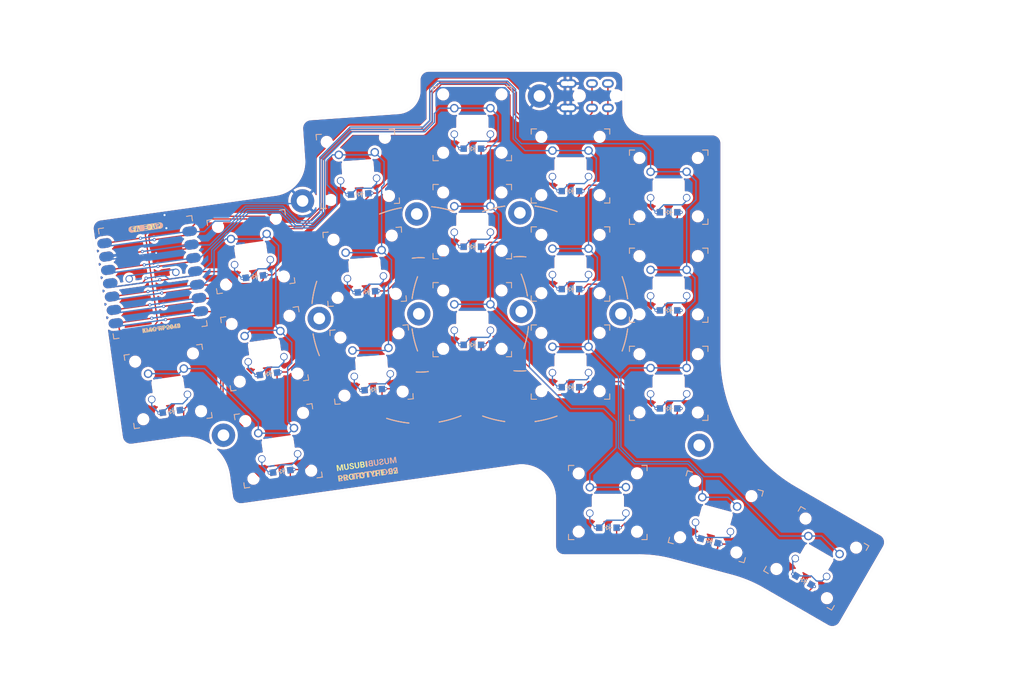
<source format=kicad_pcb>
(kicad_pcb (version 20211014) (generator pcbnew)
  (title_block (title "MUSUBI"))
  (layers (0 "F.Cu" signal) (31 "B.Cu" signal) (34 "B.Paste" user) (35 "F.Paste" user) (36 "B.SilkS" user "B.Silkscreen") (37 "F.SilkS" user "F.Silkscreen") (38 "B.Mask" user) (39 "F.Mask" user) (44 "Edge.Cuts" user))
  (net 0 "")
  (net 1 "ROW0")
  (net 2 "Net-(D1-Pad2)")
  (net 3 "Net-(D2-Pad2)")
  (net 4 "Net-(D3-Pad2)")
  (net 5 "Net-(D4-Pad2)")
  (net 6 "Net-(D5-Pad2)")
  (net 7 "ROW1")
  (net 8 "Net-(D6-Pad2)")
  (net 9 "Net-(D7-Pad2)")
  (net 10 "Net-(D8-Pad2)")
  (net 11 "Net-(D9-Pad2)")
  (net 12 "Net-(D10-Pad2)")
  (net 13 "ROW2")
  (net 14 "Net-(D11-Pad2)")
  (net 15 "Net-(D12-Pad2)")
  (net 16 "Net-(D13-Pad2)")
  (net 17 "Net-(D14-Pad2)")
  (net 18 "Net-(D15-Pad2)")
  (net 19 "ROW3")
  (net 20 "Net-(D17-Pad2)")
  (net 21 "Net-(D18-Pad2)")
  (net 22 "Net-(D19-Pad2)")
  (net 23 "Net-(D20-Pad2)")
  (net 24 "COL0")
  (net 25 "COL1")
  (net 26 "COL2")
  (net 27 "COL3")
  (net 28 "COL4")
  (net 30 "TX")
  (net 32 "GND")
  (net 33 "VCC")
  (footprint "DEF01:diode-reversible" (layer "F.Cu") (at 153.266364 98.450848 180)
    (fp_text reference "D14" hide)
    (fp_text value "D_Small" hide)
  )
  (footprint "DEF01:Kailh-PG1425-X-Switch-revers" (layer "F.Cu") (at 153.266363 56.70091)
    (fp_text reference "SW4" hide)
    (fp_text value "SW_Push_45deg" hide)
  )
  (footprint "DEF01:diode-reversible" (layer "F.Cu") (at 116.092674 98.904558 -176)
    (fp_text reference "D12" hide)
    (fp_text value "D_Small" hide)
  )
  (footprint "DEF01:diode-reversible" (layer "F.Cu") (at 134.766439 53.45091 180)
    (fp_text reference "D3" hide)
    (fp_text value "D_Small" hide)
  )
  (footprint "DEF01:TRRS-PJ-320A-dual" (layer "F.Cu") (at 157.961384 43.578942 -90)
    (fp_text reference "J1" hide)
    (fp_text value "AudioJack4" hide)
  )
  (footprint "DEF01:diode-reversible" (layer "F.Cu") (at 171.766327 65.450912 180)
    (fp_text reference "D5" hide)
    (fp_text value "D_Small" hide)
  )
  (footprint "DEF01:Kailh-PG1425-X-Switch-revers" (layer "F.Cu") (at 160.311604 120.200783)
    (fp_text reference "SW18" hide)
    (fp_text value "SW_Push_45deg" hide)
  )
  (footprint "DEF01:Kailh-PG1425-X-Switch-revers" (layer "F.Cu") (at 98.175953 109.506662 8)
    (fp_text reference "SW11" hide)
    (fp_text value "SW_Push_45deg" hide)
  )
  (footprint "DEF01:diode-reversible" (layer "F.Cu") (at 98.821384 114.308942 -172)
    (fp_text reference "D11" hide)
    (fp_text value "D_Small" hide)
  )
  (footprint "DEF01:diode-reversible" (layer "F.Cu") (at 171.766324 83.950865 180)
    (fp_text reference "D10" hide)
    (fp_text value "D_Small" hide)
  )
  (footprint "kibuzzard-63ADF2C0" (layer "F.Cu") (at 76.121387 87.308942 8)
    (fp_text reference "kibuzzard-63ADF2C0" hide)
    (fp_text value "G***" hide)
  )
  (footprint "MountingHole:MountingHole_2.2mm_M2_Pad_TopBottom" (layer "F.Cu") (at 87.847591 107.505962)
    (fp_text reference "REF**" hide)
    (fp_text value "MountingHole_2.2mm_M2_Pad_TopBottom" hide)
  )
  (footprint "DEF01:Kailh-PG1425-X-Switch-revers" (layer "F.Cu") (at 115.761338 94.166114 4)
    (fp_text reference "SW12" hide)
    (fp_text value "SW_Push_45deg" hide)
  )
  (footprint "DEF01:Kailh-PG1425-X-Switch-revers" (layer "F.Cu") (at 199.599687 130.727893 -30)
    (fp_text reference "SW20" hide)
    (fp_text value "SW_Push_45deg" hide)
  )
  (footprint "DEF01:Kailh-PG1425-X-Switch-revers" (layer "F.Cu") (at 77.41245 98.287162 8)
    (fp_text reference "SW17" hide)
    (fp_text value "SW_Push_45deg" hide)
  )
  (footprint "MountingHole:MountingHole_2.2mm_M2_Pad_TopBottom" (layer "F.Cu") (at 147.421386 43.508943 8)
    (fp_text reference "REF**" hide)
    (fp_text value "MountingHole_2.2mm_M2_Pad_TopBottom" hide)
  )
  (footprint "MountingHole:MountingHole_2.2mm_M2_Pad_TopBottom" (layer "F.Cu") (at 102.747592 63.305961)
    (fp_text reference "REF**" hide)
    (fp_text value "MountingHole_2.2mm_M2_Pad_TopBottom" hide)
  )
  (footprint "DEF01:Tenting_Puck2_reduced" (layer "F.Cu") (at 143.723799 84.602981)
    (fp_text reference "REF**")
    (fp_text value "Tenting Puck")
  )
  (footprint "DEF01:Kailh-PG1425-X-Switch-revers" (layer "F.Cu") (at 171.766325 97.700828)
    (fp_text reference "SW15" hide)
    (fp_text value "SW_Push_45deg" hide)
  )
  (footprint "DEF01:diode-reversible" (layer "F.Cu") (at 134.771404 90.45092 180)
    (fp_text reference "D13" hide)
    (fp_text value "D_Small" hide)
  )
  (footprint "DEF01:diode-reversible" (layer "F.Cu") (at 113.511654 61.994738 -176)
    (fp_text reference "D2" hide)
    (fp_text value "D_Small" hide)
  )
  (footprint "DEF01:Kailh-PG1425-X-Switch-revers" (layer "F.Cu") (at 134.76644 48.700925)
    (fp_text reference "SW3" hide)
    (fp_text value "SW_Push_45deg" hide)
  )
  (footprint "DEF01:Kailh-PG1425-X-Switch-revers" (layer "F.Cu") (at 95.601252 91.186738 8)
    (fp_text reference "SW6" hide)
    (fp_text value "SW_Push_45deg" hide)
  )
  (footprint "DEF01:Kailh-PG1425-X-Switch-revers" (layer "F.Cu") (at 134.766414 67.200911)
    (fp_text reference "SW8" hide)
    (fp_text value "SW_Push_45deg" hide)
  )
  (footprint "DEF01:xiao-rev-reversible" (layer "F.Cu") (at 74.521384 77.708943 8)
    (fp_text reference "U1" hide)
    (fp_text value "xiao-ble" hide)
  )
  (footprint "DEF01:diode-reversible" (layer "F.Cu") (at 171.766321 102.463166 180)
    (fp_text reference "D15" hide)
    (fp_text value "D_Small" hide)
  )
  (footprint "DEF01:diode-reversible" (layer "F.Cu") (at 153.266363 79.950864 180)
    (fp_text reference "D9" hide)
    (fp_text value "D_Small" hide)
  )
  (footprint "DEF01:diode-reversible" (layer "F.Cu") (at 179.437141 127.436961 165)
    (fp_text reference "D19" hide)
    (fp_text value "D_Small" hide)
  )
  (footprint "kibuzzard-63C260F0" (layer "F.Cu") (at 114.947221 113.918488 8)
    (fp_text reference "kibuzzard-63C260F0" hide)
    (fp_text value "G***" hide)
  )
  (footprint "DEF01:Kailh-PG1425-X-Switch-revers" (layer "F.Cu") (at 171.766325 79.200865)
    (fp_text reference "SW10" hide)
    (fp_text value "SW_Push_45deg" hide)
  )
  (footprint "DEF01:diode-reversible" (layer "F.Cu") (at 93.68938 77.582801 -172)
    (fp_text reference "D1" hide)
    (fp_text value "D_Small" hide)
  )
  (footprint "DEF01:Kailh-PG1425-X-Switch-revers" (layer "F.Cu") (at 171.766325 60.700903)
    (fp_text reference "SW5" hide)
    (fp_text value "SW_Push_45deg" hide)
  )
  (footprint "DEF01:Kailh-PG1425-X-Switch-revers" (layer "F.Cu") (at 93.026602 72.866809 8)
    (fp_text reference "SW1" hide)
    (fp_text value "SW_Push_45deg" hide)
  )
  (footprint "DEF01:diode-reversible" (layer "F.Cu") (at 114.802163 80.449646 -176)
    (fp_text reference "D7" hide)
    (fp_text value "D_Small" hide)
  )
  (footprint "DEF01:Kailh-PG1425-X-Switch-revers" (layer "F.Cu") (at 153.266362 75.200874)
    (fp_text reference "SW9" hide)
    (fp_text value "SW_Push_45deg" hide)
  )
  (footprint "DEF01:diode-reversible" (layer "F.Cu") (at 160.311606 124.950782 180)
    (fp_text reference "D18" hide)
    (fp_text value "D_Small" hide)
  )
  (footprint "DEF01:diode-reversible" (layer "F.Cu") (at 197.210464 134.875633 150)
    (fp_text reference "D20" hide)
    (fp_text value "D_Small" hide)
  )
  (footprint "DEF01:diode-reversible" (layer "F.Cu") (at 153.26636 61.450901 180)
    (fp_text reference "D4" hide)
    (fp_text value "D_Small" hide)
  )
  (footprint "DEF01:Kailh-PG1425-X-Switch-revers" (layer "F.Cu") (at 153.266361 93.700836)
    (fp_text reference "SW14" hide)
    (fp_text value "SW_Push_45deg" hide)
  )
  (footprint "DEF01:diode-reversible" (layer "F.Cu") (at 96.321385 95.908942 -172)
    (fp_text reference "D6" hide)
    (fp_text value "D_Small" hide)
  )
  (footprint "DEF01:Kailh-PG1425-X-Switch-revers" (layer "F.Cu") (at 134.766405 85.700916)
    (fp_text reference "SW13" hide)
    (fp_text value "SW_Push_45deg" hide)
  )
  (footprint "DEF01:Kailh-PG1425-X-Switch-revers" (layer "F.Cu") (at 114.470822 75.711216 4)
    (fp_text reference "SW7" hide)
    (fp_text value "SW_Push_45deg" hide)
  )
  (footprint "DEF01:diode-reversible" (layer "F.Cu") (at 134.766417 71.950924 180)
    (fp_text reference "D8" hide)
    (fp_text value "D_Small" hide)
  )
  (footprint "DEF01:Tenting_Puck2_reduced" (layer "F.Cu") (at 124.947592 84.805961 2)
    (fp_text reference "REF**")
    (fp_text value "Tenting Puck")
  )
  (footprint "DEF01:Kailh-PG1425-X-Switch-revers" (layer "F.Cu") (at 180.648498 122.878177 -15)
    (fp_text reference "SW19" hide)
    (fp_text value "SW_Push_45deg" hide)
  )
  (footprint "MountingHole:MountingHole_2.2mm_M2_Pad_TopBottom" (layer "F.Cu") (at 177.547591 109.405962)
    (fp_text reference "REF**" hide)
    (fp_text value "MountingHole_2.2mm_M2_Pad_TopBottom" hide)
  )
  (footprint "DEF01:diode-reversible" (layer "F.Cu") (at 78.021384 103.008943 -172)
    (fp_text reference "D17" hide)
    (fp_text value "D_Small" hide)
  )
  (footprint "DEF01:Kailh-PG1425-X-Switch-revers" (layer "F.Cu") (at 113.180309 57.25632 4)
    (fp_text reference "SW2" hide)
    (fp_text value "SW_Push_45deg" hide)
  )
  (footprint "kibuzzard-63ADF2C0" (layer "B.Cu") (at 76.121387 87.308942 -172)
    (fp_text reference "kibuzzard-63ADF2C0" hide)
    (fp_text value "G***" hide)
  )
  (footprint "kibuzzard-63C260F0" (layer "B.Cu") (at 114.971207 113.905855 -172)
    (fp_text reference "kibuzzard-63C260F0" hide)
    (fp_text value "G***" hide)
  )
  (gr_line locked (start 102.379791 49.741421) (end 102.78308 55.508634) (layer "Edge.Cuts") (width 0.007874))
  (gr_arc locked (start 70.669122 109.585271) (mid 69.187172 109.201993) (end 68.410287 107.883073) (layer "Edge.Cuts") (width 0.007874))
  (gr_arc locked (start 62.913126 68.767838) (mid 63.296368 67.285847) (end 64.615318 66.508966) (layer "Edge.Cuts") (width 0.007874))
  (gr_arc locked (start 180.016293 50.450906) (mid 181.4305 51.036691) (end 182.016287 52.450903) (layer "Edge.Cuts") (width 0.007874))
  (gr_arc locked (start 143.2266 113.525) (mid 147.997951 114.938366) (end 150.06161 119.466599) (layer "Edge.Cuts") (width 0.007874))
  (gr_line locked (start 163.516325 46.450914) (end 163.516326 40.450926) (layer "Edge.Cuts") (width 0.007874))
  (gr_arc locked (start 196.016247 116.823314) (mid 185.767527 106.574639) (end 182.016289 92.574659) (layer "Edge.Cuts") (width 0.007874))
  (gr_line locked (start 70.669122 109.585271) (end 79.581784 108.33287) (layer "Edge.Cuts") (width 0.007874))
  (gr_arc locked (start 124.516403 40.450927) (mid 125.102201 39.036716) (end 126.516399 38.45093) (layer "Edge.Cuts") (width 0.007874))
  (gr_line locked (start 152.061604 130.450747) (end 166.147295 130.450746) (layer "Edge.Cuts") (width 0.007874))
  (gr_arc locked (start 102.379791 49.741421) (mid 102.865523 48.289815) (end 104.235401 47.606783) (layer "Edge.Cuts") (width 0.007874))
  (gr_arc locked (start 183.632474 134.289187) (mid 186.605283 135.298327) (end 189.420954 136.686836) (layer "Edge.Cuts") (width 0.007874))
  (gr_arc locked (start 166.147295 130.450746) (mid 169.279847 130.656055) (end 172.358801 131.268488) (layer "Edge.Cuts") (width 0.007874))
  (gr_arc locked (start 91.432554 120.80401) (mid 89.950573 120.420749) (end 89.173683 119.101818) (layer "Edge.Cuts") (width 0.007874))
  (gr_arc locked (start 204.351417 142.997559) (mid 203.136989 143.929372) (end 201.619372 143.729606) (layer "Edge.Cuts") (width 0.007874))
  (gr_line locked (start 211.869364 125.976128) (end 196.016247 116.823314) (layer "Edge.Cuts") (width 0.007874))
  (gr_arc locked (start 152.061604 130.450747) (mid 150.647429 129.864932) (end 150.061609 128.45075) (layer "Edge.Cuts") (width 0.007874))
  (gr_arc locked (start 211.869364 125.976128) (mid 212.801186 127.190543) (end 212.601409 128.708173) (layer "Edge.Cuts") (width 0.007874))
  (gr_line locked (start 124.516403 40.450927) (end 124.516403 42.458524) (layer "Edge.Cuts") (width 0.007874))
  (gr_line locked (start 62.913126 68.767838) (end 68.410287 107.883073) (layer "Edge.Cuts") (width 0.007874))
  (gr_line locked (start 204.351417 142.997559) (end 212.601409 128.708173) (layer "Edge.Cuts") (width 0.007874))
  (gr_line locked (start 97.632726 61.868779) (end 64.615318 66.508966) (layer "Edge.Cuts") (width 0.007874))
  (gr_line locked (start 161.516329 38.45093) (end 126.516399 38.45093) (layer "Edge.Cuts") (width 0.007874))
  (gr_line locked (start 150.06161 119.466599) (end 150.061609 128.45075) (layer "Edge.Cuts") (width 0.007874))
  (gr_arc locked (start 102.78308 55.508634) (mid 101.460607 59.703136) (end 97.632726 61.868779) (layer "Edge.Cuts") (width 0.007874))
  (gr_line locked (start 120.79544 46.448773) (end 104.235401 47.606783) (layer "Edge.Cuts") (width 0.007874))
  (gr_arc locked (start 124.516403 42.458524) (mid 123.441823 45.186513) (end 120.79544 46.448773) (layer "Edge.Cuts") (width 0.007874))
  (gr_line locked (start 182.016289 92.574659) (end 182.016287 52.450903) (layer "Edge.Cuts") (width 0.007874))
  (gr_line locked (start 180.016293 50.450906) (end 167.516319 50.450906) (layer "Edge.Cuts") (width 0.007874))
  (gr_line locked (start 91.432554 120.80401) (end 143.2266 113.525) (layer "Edge.Cuts") (width 0.007874))
  (gr_arc locked (start 167.516319 50.450906) (mid 164.687902 49.279315) (end 163.516325 46.450914) (layer "Edge.Cuts") (width 0.007874))
  (gr_line locked (start 88.617131 115.141666) (end 89.173683 119.101818) (layer "Edge.Cuts") (width 0.007874))
  (gr_line locked (start 189.420954 136.686836) (end 201.619372 143.729606) (layer "Edge.Cuts") (width 0.007874))
  (gr_arc locked (start 79.581784 108.33287) (mid 85.509577 109.866012) (end 88.617131 115.141666) (layer "Edge.Cuts") (width 0.007874))
  (gr_arc locked (start 161.516329 38.45093) (mid 162.930539 39.036723) (end 163.516326 40.450926) (layer "Edge.Cuts") (width 0.007874))
  (gr_line locked (start 172.358801 131.268488) (end 183.632474 134.289187) (layer "Edge.Cuts") (width 0.007874))
  (segment (start 173.416326 66.414001) (end 173.416326 65.450912) (width 0.25) (layer "F.Cu") (net 1))
  (segment (start 111.021384 63.408942) (end 114.277799 63.408942) (width 0.25) (layer "F.Cu") (net 1))
  (segment (start 94.623975 78.906351) (end 89.718793 78.906352) (width 0.25) (layer "F.Cu") (net 1))
  (segment (start 135.221385 55.708942) (end 123.099591 55.708942) (width 0.25) (layer "F.Cu") (net 1))
  (segment (start 136.416441 53.450909) (end 136.41644 54.513887) (width 0.25) (layer "F.Cu") (net 1))
  (segment (start 162.851549 60.339108) (end 169.321384 66.808943) (width 0.25) (layer "F.Cu") (net 1))
  (segment (start 97.174583 77.255744) (end 111.021384 63.408942) (width 0.25) (layer "F.Cu") (net 1))
  (segment (start 116.977723 61.830812) (end 115.85593 61.830811) (width 0.25) (layer "F.Cu") (net 1))
  (segment (start 89.718793 78.906352) (end 87.460885 76.648443) (width 0.25) (layer "F.Cu") (net 1))
  (segment (start 150.921384 62.808942) (end 154.421385 62.808942) (width 0.25) (layer "F.Cu") (net 1))
  (segment (start 95.323324 78.207004) (end 94.623975 78.906351) (width 0.25) (layer "F.Cu") (net 1))
  (segment (start 87.460885 76.648443) (end 82.067228 76.648444) (width 0.25) (layer "F.Cu") (net 1))
  (segment (start 156.728156 60.339108) (end 162.851549 60.339108) (width 0.25) (layer "F.Cu") (net 1))
  (segment (start 137.116439 53.450911) (end 137.658407 52.908943) (width 0.25) (layer "F.Cu") (net 1))
  (segment (start 114.277799 63.408942) (end 115.157635 62.529106) (width 0.25) (layer "F.Cu") (net 1))
  (segment (start 169.321384 66.808943) (end 173.021384 66.808943) (width 0.25) (layer "F.Cu") (net 1))
  (segment (start 173.021384 66.808943) (end 173.416326 66.414001) (width 0.25) (layer "F.Cu") (net 1))
  (segment (start 123.099591 55.708942) (end 116.977723 61.830812) (width 0.25) (layer "F.Cu") (net 1))
  (segment (start 136.41644 54.513887) (end 135.221385 55.708942) (width 0.25) (layer "F.Cu") (net 1))
  (segment (start 154.421385 62.808942) (end 154.91636 62.313967) (width 0.25) (layer "F.Cu") (net 1))
  (segment (start 115.157635 62.529106) (end 115.157635 61.879641) (width 0.25) (layer "F.Cu") (net 1))
  (segment (start 95.323322 77.353164) (end 95.323324 78.207004) (width 0.25) (layer "F.Cu") (net 1))
  (segment (start 155.61636 61.450901) (end 156.728156 60.339108) (width 0.25) (layer "F.Cu") (net 1))
  (segment (start 137.658407 52.908943) (end 141.021385 52.908943) (width 0.25) (layer "F.Cu") (net 1))
  (segment (start 141.021385 52.908943) (end 150.921384 62.808942) (width 0.25) (layer "F.Cu") (net 1))
  (segment (start 96.016511 77.255743) (end 97.174583 77.255744) (width 0.25) (layer "F.Cu") (net 1))
  (segment (start 154.91636 62.313967) (end 154.916359 61.450902) (width 0.25) (layer "F.Cu") (net 1))
  (segment (start 89.939744 75.332751) (end 89.939744 76.48735) (width 0.25) (layer "B.Cu") (net 2))
  (segment (start 92.055441 77.812436) (end 92.661335 77.812437) (width 0.25) (layer "B.Cu") (net 2))
  (segment (start 96.671866 75.364105) (end 96.671865 74.374156) (width 0.25) (layer "B.Cu") (net 2))
  (segment (start 92.661335 77.812437) (end 94.36483 76.108942) (width 0.25) (layer "B.Cu") (net 2))
  (segment (start 95.927027 76.108942) (end 96.671866 75.364105) (width 0.25) (layer "B.Cu") (net 2))
  (segment (start 94.36483 76.108942) (end 95.927027 76.108942) (width 0.25) (layer "B.Cu") (net 2))
  (segment (start 89.939744 76.48735) (end 91.362251 77.909857) (width 0.25) (layer "B.Cu") (net 2))
  (segment (start 109.928957 60.920247) (end 111.167378 62.158667) (width 0.25) (layer "B.Cu") (net 3))
  (segment (start 111.865673 62.109838) (end 113.061263 60.91425) (width 0.25) (layer "B.Cu") (net 3))
  (segment (start 113.061263 60.91425) (end 115.801524 60.914249) (width 0.25) (layer "B.Cu") (net 3))
  (segment (start 116.711548 60.004225) (end 116.711548 59.014276) (width 0.25) (layer "B.Cu") (net 3))
  (segment (start 109.928958 59.500926) (end 109.928957 60.920247) (width 0.25) (layer "B.Cu") (net 3))
  (segment (start 115.801524 60.914249) (end 116.711548 60.004225) (width 0.25) (layer "B.Cu") (net 3))
  (segment (start 137.818895 52.038424) (end 138.166447 51.690873) (width 0.25) (layer "B.Cu") (net 4))
  (segment (start 133.11644 53.450911) (end 134.528926 52.038424) (width 0.25) (layer "B.Cu") (net 4))
  (segment (start 131.36643 50.713261) (end 131.366431 52.400901) (width 0.25) (layer "B.Cu") (net 4))
  (segment (start 131.366431 52.400901) (end 132.416439 53.45091) (width 0.25) (layer "B.Cu") (net 4))
  (segment (start 134.528926 52.038424) (end 137.818895 52.038424) (width 0.25) (layer "B.Cu") (net 4))
  (segment (start 138.166447 51.690873) (end 138.166447 50.700924) (width 0.25) (layer "B.Cu") (net 4))
  (segment (start 149.866353 60.400895) (end 150.91636 61.450901) (width 0.25) (layer "B.Cu") (net 5))
  (segment (start 153.028851 60.03841) (end 155.883825 60.038409) (width 0.25) (layer "B.Cu") (net 5))
  (segment (start 149.866353 58.713246) (end 149.866353 60.400895) (width 0.25) (layer "B.Cu") (net 5))
  (segment (start 155.883825 60.038409) (end 156.666369 59.255865) (width 0.25) (layer "B.Cu") (net 5))
  (segment (start 156.666369 59.255865) (end 156.66637 58.70091) (width 0.25) (layer "B.Cu") (net 5))
  (segment (start 151.61636 61.450901) (end 153.028851 60.03841) (width 0.25) (layer "B.Cu") (net 5))
  (segment (start 170.828836 64.038402) (end 174.383787 64.038402) (width 0.25) (layer "B.Cu") (net 6))
  (segment (start 169.416326 65.450912) (end 170.828836 64.038402) (width 0.25) (layer "B.Cu") (net 6))
  (segment (start 174.383787 64.038402) (end 175.166334 63.255857) (width 0.25) (layer "B.Cu") (net 6))
  (segment (start 168.366316 64.400904) (end 169.416326 65.450912) (width 0.25) (layer "B.Cu") (net 6))
  (segment (start 175.166334 63.255857) (end 175.166332 62.700902) (width 0.25) (layer "B.Cu") (net 6))
  (segment (start 168.366319 62.713238) (end 168.366316 64.400904) (width 0.25) (layer "B.Cu") (net 6))
  (segment (start 136.41642 73.31391) (end 136.416419 71.950924) (width 0.25) (layer "F.Cu") (net 7))
  (segment (start 115.921386 81.908942) (end 116.448143 81.382184) (width 0.25) (layer "F.Cu") (net 7))
  (segment (start 125.021386 73.908943) (end 135.821385 73.908942) (width 0.25) (layer "F.Cu") (net 7))
  (segment (start 88.221387 92.008943) (end 93.921385 97.708942) (width 0.25) (layer "F.Cu") (net 7))
  (segment (start 97.955328 97.074999) (end 97.955328 95.679307) (width 0.25) (layer "F.Cu") (net 7))
  (segment (start 172.521384 85.808942) (end 173.416322 84.914005) (width 0.25) (layer "F.Cu") (net 7))
  (segment (start 135.821385 73.908942) (end 136.41642 73.31391) (width 0.25) (layer "F.Cu") (net 7))
  (segment (start 150.722912 81.308943) (end 154.521385 81.308942) (width 0.25) (layer "F.Cu") (net 7))
  (segment (start 169.521385 85.808943) (end 172.521384 85.808942) (width 0.25) (layer "F.Cu") (net 7))
  (segment (start 88.221385 81.008943) (end 88.221387 92.008943) (width 0.25) (layer "F.Cu") (net 7))
  (segment (start 82.420726 79.163725) (end 86.376167 79.163725) (width 0.25) (layer "F.Cu") (net 7))
  (segment (start 162.721384 79.008943) (end 169.521385 85.808943) (width 0.25) (layer "F.Cu") (net 7))
  (segment (start 156.558284 79.008942) (end 162.721384 79.008943) (width 0.25) (layer "F.Cu") (net 7))
  (segment (start 140.522915 71.108943) (end 150.722912 81.308943) (width 0.25) (layer "F.Cu") (net 7))
  (segment (start 97.321384 97.708943) (end 97.955328 97.074999) (width 0.25) (layer "F.Cu") (net 7))
  (segment (start 154.521385 81.308942) (end 154.916363 80.913963) (width 0.25) (layer "F.Cu") (net 7))
  (segment (start 154.916363 80.913963) (end 154.916363 79.950864) (width 0.25) (layer "F.Cu") (net 7))
  (segment (start 86.376167 79.163725) (end 88.221385 81.008943) (width 0.25) (layer "F.Cu") (net 7))
  (segment (start 155.616364 79.950863) (end 156.558284 79.008942) (width 0.25) (layer "F.Cu") (net 7))
  (segment (start 173.416322 84.914005) (end 173.416322 83.950866) (width 0.25) (layer "F.Cu") (net 7))
  (segment (start 99.748444 95.581885) (end 113.421384 81.908943) (width 0.25) (layer "F.Cu") (net 7))
  (segment (start 116.448143 81.382184) (end 116.448143 80.334548) (width 0.25) (layer "F.Cu") (net 7))
  (segment (start 113.421384 81.908943) (end 115.921386 81.908942) (width 0.25) (layer "F.Cu") (net 7))
  (segment (start 118.644609 80.285718) (end 125.021386 73.908943) (width 0.25) (layer "F.Cu") (net 7))
  (segment (start 117.146438 80.285718) (end 118.644609 80.285718) (width 0.25) (layer "F.Cu") (net 7))
  (segment (start 98.648514 95.581885) (end 99.748444 95.581885) (width 0.25) (layer "F.Cu") (net 7))
  (segment (start 137.116417 71.950925) (end 137.958399 71.108942) (width 0.25) (layer "F.Cu") (net 7))
  (segment (start 93.921385 97.708942) (end 97.321384 97.708943) (width 0.25) (layer "F.Cu") (net 7))
  (segment (start 137.958399 71.108942) (end 140.522915 71.108943) (width 0.25) (layer "F.Cu") (net 7))
  (segment (start 99.246517 93.68381) (end 99.246518 92.694085) (width 0.25) (layer "B.Cu") (net 8))
  (segment (start 98.253685 94.676642) (end 99.246517 93.68381) (width 0.25) (layer "B.Cu") (net 8))
  (segment (start 94.687442 96.138578) (end 96.149379 94.676641) (width 0.25) (layer "B.Cu") (net 8))
  (segment (start 92.514395 93.65268) (end 92.514395 94.756141) (width 0.25) (layer "B.Cu") (net 8))
  (segment (start 92.514395 94.756141) (end 93.994255 96.235999) (width 0.25) (layer "B.Cu") (net 8))
  (segment (start 96.149379 94.676641) (end 98.253685 94.676642) (width 0.25) (layer "B.Cu") (net 8))
  (segment (start 113.156181 80.564744) (end 113.757645 80.564744) (width 0.25) (layer "B.Cu") (net 9))
  (segment (start 115.313448 79.008942) (end 117.421387 79.008942) (width 0.25) (layer "B.Cu") (net 9))
  (segment (start 111.21947 77.955823) (end 111.219473 79.37516) (width 0.25) (layer "B.Cu") (net 9))
  (segment (start 118.023259 77.974228) (end 117.954204 76.986694) (width 0.25) (layer "B.Cu") (net 9))
  (segment (start 111.219473 79.37516) (end 112.457886 80.613574) (width 0.25) (layer "B.Cu") (net 9))
  (segment (start 113.757645 80.564744) (end 115.313448 79.008942) (width 0.25) (layer "B.Cu") (net 9))
  (segment (start 117.421387 79.008942) (end 118.002061 78.428265) (width 0.25) (layer "B.Cu") (net 9))
  (segment (start 118.002061 78.428265) (end 118.002062 77.469173) (width 0.25) (layer "B.Cu") (net 9))
  (segment (start 133.116418 71.950925) (end 134.528931 70.538411) (width 0.25) (layer "B.Cu") (net 10))
  (segment (start 134.528931 70.538411) (end 137.818872 70.53841) (width 0.25) (layer "B.Cu") (net 10))
  (segment (start 131.366407 69.213246) (end 131.366406 70.900913) (width 0.25) (layer "B.Cu") (net 10))
  (segment (start 131.366406 70.900913) (end 132.416417 71.950924) (width 0.25) (layer "B.Cu") (net 10))
  (segment (start 138.166422 70.190859) (end 138.166424 69.20091) (width 0.25) (layer "B.Cu") (net 10))
  (segment (start 137.818872 70.53841) (end 138.166422 70.190859) (width 0.25) (layer "B.Cu") (net 10))
  (segment (start 156.66637 78.190822) (end 156.666372 77.200874) (width 0.25) (layer "B.Cu") (net 11))
  (segment (start 156.318819 78.538373) (end 156.66637 78.190822) (width 0.25) (layer "B.Cu") (net 11))
  (segment (start 149.866353 78.900855) (end 150.916364 79.950864) (width 0.25) (layer "B.Cu") (net 11))
  (segment (start 149.866353 77.21321) (end 149.866353 78.900855) (width 0.25) (layer "B.Cu") (net 11))
  (segment (start 151.616362 79.950865) (end 153.028855 78.538374) (width 0.25) (layer "B.Cu") (net 11))
  (segment (start 153.028855 78.538374) (end 156.318819 78.538373) (width 0.25) (layer "B.Cu") (net 11))
  (segment (start 174.818781 82.538366) (end 175.166334 82.190815) (width 0.25) (layer "B.Cu") (net 12))
  (segment (start 175.166334 82.190815) (end 175.166333 81.200866) (width 0.25) (layer "B.Cu") (net 12))
  (segment (start 170.116321 83.950865) (end 171.528821 82.538365) (width 0.25) (layer "B.Cu") (net 12))
  (segment (start 169.36331 83.950865) (end 169.416323 83.950865) (width 0.25) (layer "B.Cu") (net 12))
  (segment (start 171.528821 82.538365) (end 174.818781 82.538366) (width 0.25) (layer "B.Cu") (net 12))
  (segment (start 168.366319 82.953875) (end 169.36331 83.950865) (width 0.25) (layer "B.Cu") (net 12))
  (segment (start 168.366316 81.213202) (end 168.366319 82.953875) (width 0.25) (layer "B.Cu") (net 12))
  (segment (start 95.921385 116.008943) (end 99.989269 116.008942) (width 0.25) (layer "F.Cu") (net 13))
  (segment (start 91.471385 105.822546) (end 91.471385 111.558942) (width 0.25) (layer "F.Cu") (net 13))
  (segment (start 86.091447 81.679006) (end 87.771384 83.358943) (width 0.25) (layer "F.Cu") (net 13))
  (segment (start 116.721385 101.008942) (end 117.738654 99.991673) (width 0.25) (layer "F.Cu") (net 13))
  (segment (start 135.421384 92.508942) (end 136.421406 91.508923) (width 0.25) (layer "F.Cu") (net 13))
  (segment (start 118.436949 98.74063) (end 119.689699 98.740629) (width 0.25) (layer "F.Cu") (net 13))
  (segment (start 115.321385 101.008942) (end 116.721385 101.008942) (width 0.25) (layer "F.Cu") (net 13))
  (segment (start 87.771384 102.122547) (end 91.471385 105.822546) (width 0.25) (layer "F.Cu") (net 13))
  (segment (start 119.689699 98.740629) (end 125.921384 92.508942) (width 0.25) (layer "F.Cu") (net 13))
  (segment (start 154.916363 99.413963) (end 154.916364 98.450847) (width 0.25) (layer "F.Cu") (net 13))
  (segment (start 100.455326 115.542884) (end 100.455327 114.079307) (width 0.25) (layer "F.Cu") (net 13))
  (segment (start 172.821384 104.008943) (end 173.416321 103.414006) (width 0.25) (layer "F.Cu") (net 13))
  (segment (start 99.989269 116.008942) (end 100.455326 115.542884) (width 0.25) (layer "F.Cu") (net 13))
  (segment (start 137.86338 89.708942) (end 140.521385 89.708942) (width 0.25) (layer "F.Cu") (net 13))
  (segment (start 156.658269 97.408942) (end 162.820603 97.408943) (width 0.25) (layer "F.Cu") (net 13))
  (segment (start 169.420603 104.008942) (end 172.821384 104.008943) (width 0.25) (layer "F.Cu") (net 13))
  (segment (start 150.721385 99.908943) (end 154.421384 99.908942) (width 0.25) (layer "F.Cu") (net 13))
  (segment (start 125.921384 92.508942) (end 135.421384 92.508942) (width 0.25) (layer "F.Cu") (net 13))
  (segment (start 101.148514 113.981886) (end 102.348442 113.981886) (width 0.25) (layer "F.Cu") (net 13))
  (segment (start 117.738654 99.991673) (end 117.738654 98.789458) (width 0.25) (layer "F.Cu") (net 13))
  (segment (start 136.421406 91.508923) (end 136.421403 90.45092) (width 0.25) (layer "F.Cu") (net 13))
  (segment (start 140.521385 89.708942) (end 150.721385 99.908943) (width 0.25) (layer "F.Cu") (net 13))
  (segment (start 155.616364 98.450847) (end 156.658269 97.408942) (width 0.25) (layer "F.Cu") (net 13))
  (segment (start 82.774228 81.679005) (end 86.091447 81.679006) (width 0.25) (layer "F.Cu") (net 13))
  (segment (start 102.348442 113.981886) (end 115.321385 101.008942) (width 0.25) (layer "F.Cu") (net 13))
  (segment (start 91.471385 111.558942) (end 95.921385 116.008943) (width 0.25) (layer "F.Cu") (net 13))
  (segment (start 137.121404 90.450919) (end 137.86338 89.708942) (width 0.25) (layer "F.Cu") (net 13))
  (segment (start 162.820603 97.408943) (end 169.420603 104.008942) (width 0.25) (layer "F.Cu") (net 13))
  (segment (start 87.771384 83.358943) (end 87.771384 102.122547) (width 0.25) (layer "F.Cu") (net 13))
  (segment (start 173.416321 103.414006) (end 173.416322 102.463165) (width 0.25) (layer "F.Cu") (net 13))
  (segment (start 154.421384 99.908942) (end 154.916363 99.413963) (width 0.25) (layer "F.Cu") (net 13))
  (segment (start 97.187442 114.538579) (end 98.649379 113.076641) (width 0.25) (layer "B.Cu") (net 14))
  (segment (start 100.748532 113.076642) (end 101.821218 112.003956) (width 0.25) (layer "B.Cu") (net 14))
  (segment (start 95.089096 111.972603) (end 95.089095 113.230841) (width 0.25) (layer "B.Cu") (net 14))
  (segment (start 98.649379 113.076641) (end 100.748532 113.076642) (width 0.25) (layer "B.Cu") (net 14))
  (segment (start 101.821218 112.003956) (end 101.821217 111.014007) (width 0.25) (layer "B.Cu") (net 14))
  (segment (start 95.089095 113.230841) (end 96.494254 114.635999) (width 0.25) (layer "B.Cu") (net 14))
  (segment (start 115.642281 97.824067) (end 118.382527 97.824068) (width 0.25) (layer "B.Cu") (net 15))
  (segment (start 114.446692 99.019656) (end 115.642281 97.824067) (width 0.25) (layer "B.Cu") (net 15))
  (segment (start 112.509983 97.830071) (end 113.748397 99.068486) (width 0.25) (layer "B.Cu") (net 15))
  (segment (start 118.382527 97.824068) (end 119.292574 96.914018) (width 0.25) (layer "B.Cu") (net 15))
  (segment (start 112.509986 96.41072) (end 112.509983 97.830071) (width 0.25) (layer "B.Cu") (net 15))
  (segment (start 119.292574 96.914018) (end 119.292577 95.92407) (width 0.25) (layer "B.Cu") (net 15))
  (segment (start 134.533908 89.038415) (end 137.818863 89.038415) (width 0.25) (layer "B.Cu") (net 16))
  (segment (start 137.818863 89.038415) (end 138.166413 88.690864) (width 0.25) (layer "B.Cu") (net 16))
  (segment (start 131.366399 89.395914) (end 132.421404 90.45092) (width 0.25) (layer "B.Cu") (net 16))
  (segment (start 138.166413 88.690864) (end 138.166415 87.700915) (width 0.25) (layer "B.Cu") (net 16))
  (segment (start 131.366398 87.713251) (end 131.366399 89.395914) (width 0.25) (layer "B.Cu") (net 16))
  (segment (start 133.121404 90.450919) (end 134.533908 89.038415) (width 0.25) (layer "B.Cu") (net 16))
  (segment (start 156.318819 97.038336) (end 156.666369 96.690785) (width 0.25) (layer "B.Cu") (net 17))
  (segment (start 153.028874 97.038337) (end 156.318819 97.038336) (width 0.25) (layer "B.Cu") (net 17))
  (segment (start 149.866354 95.713173) (end 149.866353 97.400837) (width 0.25) (layer "B.Cu") (net 17))
  (segment (start 151.616363 98.450848) (end 153.028874 97.038337) (width 0.25) (layer "B.Cu") (net 17))
  (segment (start 149.866353 97.400837) (end 150.916365 98.450846) (width 0.25) (layer "B.Cu") (net 17))
  (segment (start 156.666369 96.690785) (end 156.66637 95.700837) (width 0.25) (layer "B.Cu") (net 17))
  (segment (start 168.366316 99.713164) (end 168.366317 101.413161) (width 0.25) (layer "B.Cu") (net 18))
  (segment (start 175.166332 100.255782) (end 175.166333 99.700829) (width 0.25) (layer "B.Cu") (net 18))
  (segment (start 174.383786 101.038329) (end 175.166332 100.255782) (width 0.25) (layer "B.Cu") (net 18))
  (segment (start 170.116321 102.463166) (end 171.541159 101.038328) (width 0.25) (layer "B.Cu") (net 18))
  (segment (start 168.366317 101.413161) (end 169.416323 102.463165) (width 0.25) (layer "B.Cu") (net 18))
  (segment (start 171.541159 101.038328) (end 174.383786 101.038329) (width 0.25) (layer "B.Cu") (net 18))
  (segment (start 100.507781 116.458943) (end 105.557781 111.408942) (width 0.25) (layer "F.Cu") (net 19))
  (segment (start 161.961606 126.068723) (end 161.961604 124.950783) (width 0.25) (layer "F.Cu") (net 19))
  (segment (start 191.057631 128.045186) (end 193.821385 130.808943) (width 0.25) (layer "F.Cu") (net 19))
  (segment (start 80.348514 102.681885) (end 80.348514 103.936073) (width 0.25) (layer "F.Cu") (net 19))
  (segment (start 163.503443 124.108943) (end 173.021385 124.108942) (width 0.25) (layer "F.Cu") (net 19))
  (segment (start 173.021385 124.108942) (end 178.121385 129.208942) (width 0.25) (layer "F.Cu") (net 19))
  (segment (start 180.621385 129.208942) (end 181.03092 128.799408) (width 0.25) (layer "F.Cu") (net 19))
  (segment (start 87.321385 84.908942) (end 87.321384 100.508942) (width 0.25) (layer "F.Cu") (net 19))
  (segment (start 153.121385 122.308942) (end 157.421385 126.608942) (width 0.25) (layer "F.Cu") (net 19))
  (segment (start 162.661605 124.950782) (end 163.503443 124.108943) (width 0.25) (layer "F.Cu") (net 19))
  (segment (start 86.121387 101.708942) (end 81.321457 101.708942) (width 0.25) (layer "F.Cu") (net 19))
  (segment (start 181.03092 128.799408) (end 181.030919 127.864013) (width 0.25) (layer "F.Cu") (net 19))
  (segment (start 91.021385 111.745338) (end 95.734989 116.458942) (width 0.25) (layer "F.Cu") (net 19))
  (segment (start 83.127728 84.194286) (end 86.606728 84.194286) (width 0.25) (layer "F.Cu") (net 19))
  (segment (start 80.921385 104.508943) (end 89.421387 104.508942) (width 0.25) (layer "F.Cu") (net 19))
  (segment (start 91.021386 106.108942) (end 91.021385 111.745338) (width 0.25) (layer "F.Cu") (net 19))
  (segment (start 95.734989 116.458942) (end 100.507781 116.458943) (width 0.25) (layer "F.Cu") (net 19))
  (segment (start 195.721385 136.908942) (end 198.221384 136.908942) (width 0.25) (layer "F.Cu") (net 19))
  (segment (start 87.321384 100.508942) (end 86.121387 101.708942) (width 0.25) (layer "F.Cu") (net 19))
  (segment (start 193.821386 135.008942) (end 195.721385 136.908942) (width 0.25) (layer "F.Cu") (net 19))
  (segment (start 86.606728 84.194286) (end 87.321385 84.908942) (width 0.25) (layer "F.Cu") (net 19))
  (segment (start 153.121384 116.308942) (end 153.121385 122.308942) (width 0.25) (layer "F.Cu") (net 19))
  (segment (start 181.707069 128.045187) (end 191.057631 128.045186) (width 0.25) (layer "F.Cu") (net 19))
  (segment (start 193.821385 130.808943) (end 193.821386 135.008942) (width 0.25) (layer "F.Cu") (net 19))
  (segment (start 148.221387 111.408942) (end 153.121384 116.308942) (width 0.25) (layer "F.Cu") (net 19))
  (segment (start 198.639406 136.49092) (end 198.639406 135.700632) (width 0.25) (layer "F.Cu") (net 19))
  (segment (start 161.421385 126.608943) (end 161.961606 126.068723) (width 0.25) (layer "F.Cu") (net 19))
  (segment (start 80.348514 103.936073) (end 80.921385 104.508943) (width 0.25) (layer "F.Cu") (net 19))
  (segment (start 178.121385 129.208942) (end 180.621385 129.208942) (width 0.25) (layer "F.Cu") (net 19))
  (segment (start 157.421385 126.608942) (end 161.421385 126.608943) (width 0.25) (layer "F.Cu") (net 19))
  (segment (start 198.221384 136.908942) (end 198.639406 136.49092) (width 0.25) (layer "F.Cu") (net 19))
  (segment (start 89.421387 104.508942) (end 91.021386 106.108942) (width 0.25) (layer "F.Cu") (net 19))
  (segment (start 105.557781 111.408942) (end 148.221387 111.408942) (width 0.25) (layer "F.Cu") (net 19))
  (segment (start 81.321457 101.708942) (end 80.348514 102.681885) (width 0.25) (layer "F.Cu") (net 19))
  (segment (start 81.057717 100.67261) (end 81.057719 99.794508) (width 0.25) (layer "B.Cu") (net 20))
  (segment (start 74.325594 100.753105) (end 74.325596 101.967339) (width 0.25) (layer "B.Cu") (net 20))
  (segment (start 74.325596 101.967339) (end 75.694254 103.335999) (width 0.25) (layer "B.Cu") (net 20))
  (segment (start 80.1638 101.566526) (end 81.057717 100.67261) (width 0.25) (layer "B.Cu") (net 20))
  (segment (start 78.059495 101.566526) (end 80.1638 101.566526) (width 0.25) (layer "B.Cu") (net 20))
  (segment (start 76.387443 103.238579) (end 78.059495 101.566526) (width 0.25) (layer "B.Cu") (net 20))
  (segment (start 156.911595 123.900775) (end 157.961606 124.950782) (width 0.25) (layer "B.Cu") (net 21))
  (segment (start 158.661603 124.950782) (end 160.074103 123.538284) (width 0.25) (layer "B.Cu") (net 21))
  (segment (start 163.192043 123.538283) (end 163.711612 123.018715) (width 0.25) (layer "B.Cu") (net 21))
  (segment (start 160.074103 123.538284) (end 163.192043 123.538283) (width 0.25) (layer "B.Cu") (net 21))
  (segment (start 156.911595 122.21312) (end 156.911595 123.900775) (width 0.25) (layer "B.Cu") (net 21))
  (segment (start 163.711612 123.018715) (end 163.711612 122.200784) (width 0.25) (layer "B.Cu") (net 21))
  (segment (start 178.049108 126.804165) (end 183.290815 126.804165) (width 0.25) (layer "B.Cu") (net 22))
  (segment (start 183.290815 126.804165) (end 183.415015 126.679964) (width 0.25) (layer "B.Cu") (net 22))
  (segment (start 176.843514 123.941956) (end 176.843512 126.505034) (width 0.25) (layer "B.Cu") (net 22))
  (segment (start 176.843512 126.505034) (end 177.167214 126.828737) (width 0.25) (layer "B.Cu") (net 22))
  (segment (start 177.843363 127.009911) (end 178.049108 126.804165) (width 0.25) (layer "B.Cu") (net 22))
  (segment (start 183.415015 126.679964) (end 183.415016 125.690015) (width 0.25) (layer "B.Cu") (net 22))
  (segment (start 195.175304 131.244343) (end 195.175305 133.700632) (width 0.25) (layer "B.Cu") (net 23))
  (segment (start 199.638153 135.008943) (end 200.695185 135.008943) (width 0.25) (layer "B.Cu") (net 23))
  (segment (start 198.679842 134.050633) (end 199.638153 135.008943) (width 0.25) (layer "B.Cu") (net 23))
  (segment (start 195.649027 130.770623) (end 195.175304 131.244343) (width 0.25) (layer "B.Cu") (net 23))
  (segment (start 200.695185 135.008943) (end 201.544181 134.159948) (width 0.25) (layer "B.Cu") (net 23))
  (segment (start 195.781522 134.050633) (end 198.679842 134.050633) (width 0.25) (layer "B.Cu") (net 23))
  (segment (start 80.375768 94.942195) (end 84.254638 94.942195) (width 0.25) (layer "B.Cu") (net 24))
  (segment (start 98.221386 75.208941) (end 97.721385 75.708942) (width 0.25) (layer "B.Cu") (net 24))
  (segment (start 88.286286 70.480437) (end 89.257794 70.480437) (width 0.25) (layer "B.Cu") (net 24))
  (segment (start 91.832448 88.800366) (end 92.923871 87.708942) (width 0.25) (layer "B.Cu") (net 24))
  (segment (start 95.031324 70.480438) (end 95.989916 69.521843) (width 0.25) (layer "B.Cu") (net 24))
  (segment (start 99.940749 94.67272) (end 99.940747 104.963173) (width 0.25) (layer "B.Cu") (net 24))
  (segment (start 73.643648 95.90079) (end 79.417172 95.90079) (width 0.25) (layer "B.Cu") (net 24))
  (segment (start 99.940747 104.963173) (end 101.139268 106.161694) (width 0.25) (layer "B.Cu") (net 24))
  (segment (start 79.417172 95.90079) (end 80.375768 94.942195) (width 0.25) (layer "B.Cu") (net 24))
  (segment (start 100.180676 107.120289) (end 101.139268 106.161694) (width 0.25) (layer "B.Cu") (net 24))
  (segment (start 100.721385 89.998587) (end 100.721385 93.892084) (width 0.25) (layer "B.Cu") (net 24))
  (segment (start 98.564571 87.841771) (end 100.721385 89.998587) (width 0.25) (layer "B.Cu") (net 24))
  (segment (start 84.254638 94.942195) (end 94.407146 105.094704) (width 0.25) (layer "B.Cu") (net 24))
  (segment (start 97.721385 75.708942) (end 97.721385 86.998587) (width 0.25) (layer "B.Cu") (net 24))
  (segment (start 82.41647 79.164323) (end 84.066004 79.164322) (width 0.25) (layer "B.Cu") (net 24))
  (segment (start 100.721385 93.892084) (end 99.940749 94.67272) (width 0.25) (layer "B.Cu") (net 24))
  (segment (start 94.407146 105.094704) (end 94.407146 107.12029) (width 0.25) (layer "B.Cu") (net 24))
  (segment (start 84.066004 79.164322) (end 86.071385 77.158942) (width 0.25) (layer "B.Cu") (net 24))
  (segment (start 86.071385 77.158942) (end 86.071385 72.695339) (width 0.25) (layer "B.Cu") (net 24))
  (segment (start 86.071385 72.695339) (end 88.286286 70.480437) (width 0.25) (layer "B.Cu") (net 24))
  (segment (start 97.721385 86.998587) (end 98.564571 87.841771) (width 0.25) (layer "B.Cu") (net 24))
  (segment (start 98.221386 71.75331) (end 98.221386 75.208941) (width 0.25) (layer "B.Cu") (net 24))
  (segment (start 92.923871 87.708942) (end 98.431741 87.708943) (width 0.25) (layer "B.Cu") (net 24))
  (segment (start 94.407146 107.12029) (end 100.180676 107.120289) (width 0.25) (layer "B.Cu") (net 24))
  (segment (start 95.989916 69.521843) (end 98.221386 71.75331) (width 0.25) (layer "B.Cu") (net 24))
  (segment (start 89.257794 70.480437) (end 95.031324 70.480438) (width 0.25) (layer "B.Cu") (net 24))
  (segment (start 98.431741 87.708943) (end 98.564571 87.841771) (width 0.25) (layer "B.Cu") (net 24))
  (segment (start 117.660254 60.670073) (end 117.660255 72.581109) (width 0.25) (layer "B.Cu") (net 25))
  (segment (start 115.883091 54.612861) (end 116.369742 54.126212) (width 0.25) (layer "B.Cu") (net 25))
  (segment (start 119.521385 74.442238) (end 119.521384 78.508943) (width 0.25) (layer "B.Cu") (net 25))
  (segment (start 110.877664 73.067759) (end 117.173604 73.06776) (width 0.25) (layer "B.Cu") (net 25))
  (segment (start 98.521387 65.608943) (end 101.321386 68.408943) (width 0.25) (layer "B.Cu") (net 25))
  (segment (start 109.221384 64.208942) (end 109.221385 62.108942) (width 0.25) (layer "B.Cu") (net 25))
  (segment (start 83.781285 76.649042) (end 85.621385 74.808943) (width 0.25) (layer "B.Cu") (net 25))
  (segment (start 118.121385 55.877854) (end 118.121386 60.208943) (width 0.25) (layer "B.Cu") (net 25))
  (segment (start 109.221385 62.108942) (end 107.371384 60.258942) (width 0.25) (layer "B.Cu") (net 25))
  (segment (start 107.371384 60.258942) (end 107.371384 55.640735) (width 0.25) (layer "B.Cu") (net 25))
  (segment (start 105.021385 68.408942) (end 109.221384 64.208942) (width 0.25) (layer "B.Cu") (net 25))
  (segment (start 82.062973 76.649042) (end 83.781285 76.649042) (width 0.25) (layer "B.Cu") (net 25))
  (segment (start 108.399257 54.612863) (end 109.587151 54.612862) (width 0.25) (layer "B.Cu") (net 25))
  (segment (start 118.950768 79.079559) (end 118.950767 91.036006) (width 0.25) (layer "B.Cu") (net 25))
  (segment (start 101.321386 68.408943) (end 105.021385 68.408942) (width 0.25) (layer "B.Cu") (net 25))
  (segment (start 117.660255 72.581109) (end 119.521385 74.442238) (width 0.25) (layer "B.Cu") (net 25))
  (segment (start 116.369742 54.126212) (end 118.121385 55.877854) (width 0.25) (layer "B.Cu") (net 25))
  (segment (start 107.371384 55.640735) (end 108.399257 54.612863) (width 0.25) (layer "B.Cu") (net 25))
  (segment (start 109.587151 54.612862) (end 115.883091 54.612861) (width 0.25) (layer "B.Cu") (net 25))
  (segment (start 112.168176 91.522656) (end 118.464116 91.522657) (width 0.25) (layer "B.Cu") (net 25))
  (segment (start 118.464116 91.522657) (end 118.950767 91.036006) (width 0.25) (layer "B.Cu") (net 25))
  (segment (start 119.521384 78.508943) (end 118.950768 79.079559) (width 0.25) (layer "B.Cu") (net 25))
  (segment (start 92.521384 65.608942) (end 98.521387 65.608943) (width 0.25) (layer "B.Cu") (net 25))
  (segment (start 85.621385 74.808943) (end 85.621384 72.508943) (width 0.25) (layer "B.Cu") (net 25))
  (segment (start 117.173604 73.06776) (end 117.660255 72.581109) (width 0.25) (layer "B.Cu") (net 25))
  (segment (start 85.621384 72.508943) (end 92.521384 65.608942) (width 0.25) (layer "B.Cu") (net 25))
  (segment (start 118.121386 60.208943) (end 117.660254 60.670073) (width 0.25) (layer "B.Cu") (net 25))
  (segment (start 127.621385 46.808942) (end 128.617067 45.81326) (width 0.25) (layer "B.Cu") (net 26))
  (segment (start 139.721384 65.855873) (end 139.721384 70.108942) (width 0.25) (layer "B.Cu") (net 26))
  (segment (start 159.521385 102.508942) (end 161.871387 104.858942) (width 0.25) (layer "B.Cu") (net 26))
  (segment (start 131.378733 82.800915) (end 131.366397 82.813252) (width 0.25) (layer "B.Cu") (net 26))
  (segment (start 112.105179 50.270545) (end 125.832573 50.270545) (width 0.25) (layer "B.Cu") (net 26))
  (segment (start 145.521386 90.155886) (end 145.521385 94.708942) (width 0.25) (layer "B.Cu") (net 26))
  (segment (start 138.166446 45.800923) (end 131.378766 45.800924) (width 0.25) (layer "B.Cu") (net 26))
  (segment (start 139.621384 47.255863) (end 139.621384 51.808942) (width 0.25) (layer "B.Cu") (net 26))
  (segment (start 161.871387 104.858942) (end 161.871384 109.858942) (width 0.25) (layer "B.Cu") (net 26))
  (segment (start 101.507781 67.958942) (end 104.834988 67.958942) (width 0.25) (layer "B.Cu") (net 26))
  (segment (start 138.166414 82.800915) (end 131.378733 82.800915) (width 0.25) (layer "B.Cu") (net 26))
  (segment (start 138.166423 64.30091) (end 139.721384 65.855873) (width 0.25) (layer "B.Cu") (net 26))
  (segment (start 145.521385 94.708942) (end 153.321385 102.508942) (width 0.25) (layer "B.Cu") (net 26))
  (segment (start 138.166423 64.30091) (end 131.378742 64.30091) (width 0.25) (layer "B.Cu") (net 26))
  (segment (start 139.721384 70.108942) (end 138.166414 71.663913) (width 0.25) (layer "B.Cu") (net 26))
  (segment (start 106.921384 55.454339) (end 112.105179 50.270545) (width 0.25) (layer "B.Cu") (net 26))
  (segment (start 138.166422 53.263904) (end 138.166423 64.30091) (width 0.25) (layer "B.Cu") (net 26))
  (segment (start 125.832573 50.270545) (end 127.621384 48.481734) (width 0.25) (layer "B.Cu") (net 26))
  (segment (start 153.321385 102.508942) (end 159.521385 102.508942) (width 0.25) (layer "B.Cu") (net 26))
  (segment (start 138.166446 45.800923) (end 139.621384 47.255863) (width 0.25) (layer "B.Cu") (net 26))
  (segment (start 139.621384 51.808942) (end 138.166422 53.263904) (width 0.25) (layer "B.Cu") (net 26))
  (segment (start 98.707782 65.158942) (end 101.507781 67.958942) (width 0.25) (layer "B.Cu") (net 26))
  (segment (start 92.334988 65.158942) (end 98.707782 65.158942) (width 0.25) (layer "B.Cu") (net 26))
  (segment (start 131.378766 45.800924) (end 131.366431 45.81326) (width 0.25) (layer "B.Cu") (net 26))
  (segment (start 156.911595 117.31312) (end 163.699275 117.31312) (width 0.25) (layer "B.Cu") (net 26))
  (segment (start 104.834988 67.958942) (end 106.921385 65.872546) (width 0.25) (layer "B.Cu") (net 26))
  (segment (start 161.871384 109.858942) (end 156.911595 114.818731) (width 0.25) (layer "B.Cu") (net 26))
  (segment (start 138.166414 71.663913) (end 138.166414 82.800915) (width 0.25) (layer "B.Cu") (net 26))
  (segment (start 131.378742 64.30091) (end 131.366406 64.313247) (width 0.25) (layer "B.Cu") (net 26))
  (segment (start 127.621384 48.481734) (end 127.621385 46.808942) (width 0.25) (layer "B.Cu") (net 26))
  (segment (start 83.36017 74.13376) (end 92.334988 65.158942) (width 0.25) (layer "B.Cu") (net 26))
  (segment (start 138.166414 82.800915) (end 145.521386 90.155886) (width 0.25) (layer "B.Cu") (net 26))
  (segment (start 156.911595 114.818731) (end 156.911595 117.31312) (width 0.25) (layer "B.Cu") (net 26))
  (segment (start 163.699275 117.31312) (end 163.711611 117.300784) (width 0.25) (layer "B.Cu") (net 26))
  (segment (start 106.921385 65.872546) (end 106.921384 55.454339) (width 0.25) (layer "B.Cu") (net 26))
  (segment (start 128.617067 45.81326) (end 131.366431 45.81326) (width 0.25) (layer "B.Cu") (net 26))
  (segment (start 81.709474 74.133761) (end 83.36017 74.13376) (width 0.25) (layer "B.Cu") (net 26))
  (segment (start 81.355972 71.618479) (end 81.365509 71.608942) (width 0.25) (layer "B.Cu") (net 27))
  (segment (start 162.321385 96.455851) (end 162.321385 109.908943) (width 0.25) (layer "B.Cu") (net 27))
  (segment (start 85.248593 71.608942) (end 92.148592 64.708941) (width 0.25) (layer "B.Cu") (net 27))
  (segment (start 142.471385 51.595339) (end 144.689292 53.813246) (width 0.25) (layer "B.Cu") (net 27))
  (segment (start 182.935171 119.208922) (end 184.683231 120.956979) (width 0.25) (layer "B.Cu") (net 27))
  (segment (start 158.321385 73.955888) (end 158.321384 78.058942) (width 0.25) (layer "B.Cu") (net 27))
  (segment (start 162.321385 109.908943) (end 165.321385 112.908942) (width 0.25) (layer "B.Cu") (net 27))
  (segment (start 158.121384 55.255926) (end 158.121385 59.508943) (width 0.25) (layer "B.Cu") (net 27))
  (segment (start 156.66637 72.300874) (end 149.878689 72.300873) (width 0.25) (layer "B.Cu") (net 27))
  (segment (start 165.321385 112.908942) (end 175.384991 112.908942) (width 0.25) (layer "B.Cu") (net 27))
  (segment (start 104.648592 67.508942) (end 106.471385 65.68615) (width 0.25) (layer "B.Cu") (net 27))
  (segment (start 156.66637 79.713957) (end 156.666372 90.800837) (width 0.25) (layer "B.Cu") (net 27))
  (segment (start 101.694177 67.508943) (end 104.648592 67.508942) (width 0.25) (layer "B.Cu") (net 27))
  (segment (start 158.121385 59.508943) (end 156.66637 60.963957) (width 0.25) (layer "B.Cu") (net 27))
  (segment (start 125.646177 49.820546) (end 127.171386 48.295339) (width 0.25) (layer "B.Cu") (net 27))
  (segment (start 142.471385 42.395338) (end 142.471385 51.595339) (width 0.25) (layer "B.Cu") (net 27))
  (segment (start 111.918782 49.820545) (end 125.646177 49.820546) (width 0.25) (layer "B.Cu") (net 27))
  (segment (start 127.171386 48.295339) (end 127.171385 42.295338) (width 0.25) (layer "B.Cu") (net 27))
  (segment (start 106.471385 55.267943) (end 111.918782 49.820545) (width 0.25) (layer "B.Cu") (net 27))
  (segment (start 81.365509 71.608942) (end 85.248593 71.608942) (width 0.25) (layer "B.Cu") (net 27))
  (segment (start 106.471385 65.68615) (end 106.471385 55.267943) (width 0.25) (layer "B.Cu") (net 27))
  (segment (start 127.171385 42.295338) (end 128.307781 41.158942) (width 0.25) (layer "B.Cu") (net 27))
  (segment (start 156.66637 60.963957) (end 156.66637 72.300874) (width 0.25) (layer "B.Cu") (net 27))
  (segment (start 128.307781 41.158942) (end 141.234988 41.158942) (width 0.25) (layer "B.Cu") (net 27))
  (segment (start 156.666372 90.800837) (end 162.321385 96.455851) (width 0.25) (layer "B.Cu") (net 27))
  (segment (start 156.666369 53.80091) (end 158.121384 55.255926) (width 0.25) (layer "B.Cu") (net 27))
  (segment (start 178.111728 119.208922) (end 182.935171 119.208922) (width 0.25) (layer "B.Cu") (net 27))
  (segment (start 98.894176 64.708943) (end 101.694177 67.508943) (width 0.25) (layer "B.Cu") (net 27))
  (segment (start 141.234988 41.158942) (end 142.471385 42.395338) (width 0.25) (layer "B.Cu") (net 27))
  (segment (start 149.878689 72.300873) (end 149.866353 72.313209) (width 0.25) (layer "B.Cu") (net 27))
  (segment (start 149.87869 90.800836) (end 149.866353 90.813173) (width 0.25) (layer "B.Cu") (net 27))
  (segment (start 156.666372 90.800837) (end 149.87869 90.800836) (width 0.25) (layer "B.Cu") (net 27))
  (segment (start 156.66637 72.300874) (end 158.321385 73.955888) (width 0.25) (layer "B.Cu") (net 27))
  (segment (start 149.878689 53.800911) (end 149.866355 53.813246) (width 0.25) (layer "B.Cu") (net 27))
  (segment (start 144.689292 53.813246) (end 149.866355 53.813246) (width 0.25) (layer "B.Cu") (net 27))
  (segment (start 156.666369 53.80091) (end 149.878689 53.800911) (width 0.25) (layer "B.Cu") (net 27))
  (segment (start 92.148592 64.708941) (end 98.894176 64.708943) (width 0.25) (layer "B.Cu") (net 27))
  (segment (start 158.321384 78.058942) (end 156.66637 79.713957) (width 0.25) (layer "B.Cu") (net 27))
  (segment (start 178.111726 115.635679) (end 178.111728 119.208922) (width 0.25) (layer "B.Cu") (net 27))
  (segment (start 175.384991 112.908942) (end 178.111726 115.635679) (width 0.25) (layer "B.Cu") (net 27))
  (segment (start 166.921384 52.508942) (end 144.021384 52.508943) (width 0.25) (layer "B.Cu") (net 28))
  (segment (start 144.021384 52.508943) (end 142.921385 51.408942) (width 0.25) (layer "B.Cu") (net 28))
  (segment (start 192.73954 126.527099) (end 198.099026 126.527098) (width 0.25) (layer "B.Cu") (net 28))
  (segment (start 168.366317 57.813238) (end 168.366317 53.953874) (width 0.25) (layer "B.Cu") (net 28))
  (segment (start 86.221385 67.108942) (end 84.22713 69.103198) (width 0.25) (layer "B.Cu") (net 28))
  (segment (start 142.921385 51.408942) (end 142.921385 42.208942) (width 0.25) (layer "B.Cu") (net 28))
  (segment (start 104.462196 67.058942) (end 101.880572 67.058943) (width 0.25) (layer "B.Cu") (net 28))
  (segment (start 89.112198 67.108943) (end 86.221385 67.108942) (width 0.25) (layer "B.Cu") (net 28))
  (segment (start 91.962197 64.258943) (end 89.112198 67.108943) (width 0.25) (layer "B.Cu") (net 28))
  (segment (start 162.771385 109.722547) (end 165.507781 112.458942) (width 0.25) (layer "B.Cu") (net 28))
  (segment (start 200.604859 126.527099) (end 203.99418 129.916422) (width 0.25) (layer "B.Cu") (net 28))
  (segment (start 175.166332 83.763995) (end 175.166333 94.800828) (width 0.25) (layer "B.Cu") (net 28))
  (segment (start 164.417162 94.813165) (end 162.771385 96.458942) (width 0.25) (layer "B.Cu") (net 28))
  (segment (start 176.921384 63.108942) (end 175.166332 64.863994) (width 0.25) (layer "B.Cu") (net 28))
  (segment (start 99.080572 64.258942) (end 91.962197 64.258943) (width 0.25) (layer "B.Cu") (net 28))
  (segment (start 176.921384 59.555955) (end 176.921384 63.108942) (width 0.25) (layer "B.Cu") (net 28))
  (segment (start 168.378655 57.800902) (end 168.366317 57.813238) (width 0.25) (layer "B.Cu") (net 28))
  (segment (start 84.22713 69.103198) (end 81.002471 69.103198) (width 0.25) (layer "B.Cu") (net 28))
  (segment (start 126.721384 48.108943) (end 125.459781 49.370546) (width 0.25) (layer "B.Cu") (net 28))
  (segment (start 165.507781 112.458942) (end 175.571386 112.458942) (width 0.25) (layer "B.Cu") (net 28))
  (segment (start 162.771385 96.458942) (end 162.771385 109.722547) (width 0.25) (layer "B.Cu") (net 28))
  (segment (start 141.421384 40.708942) (end 128.121386 40.708942) (width 0.25) (layer "B.Cu") (net 28))
  (segment (start 106.021384 65.499754) (end 104.462196 67.058942) (width 0.25) (layer "B.Cu") (net 28))
  (segment (start 168.378652 94.800829) (end 168.366316 94.813165) (width 0.25) (layer "B.Cu") (net 28))
  (segment (start 175.166332 57.800903) (end 176.921384 59.555955) (width 0.25) (layer "B.Cu") (net 28))
  (segment (start 168.366316 94.813165) (end 164.417162 94.813165) (width 0.25) (layer "B.Cu") (net 28))
  (segment (start 175.166332 76.300865) (end 176.721384 77.855917) (width 0.25) (layer "B.Cu") (net 28))
  (segment (start 111.732386 49.370545) (end 106.021384 55.081548) (width 0.25) (layer "B.Cu") (net 28))
  (segment (start 175.166333 94.800828) (end 168.378652 94.800829) (width 0.25) (layer "B.Cu") (net 28))
  (segment (start 175.571386 112.458942) (end 178.421384 115.308942) (width 0.25) (layer "B.Cu") (net 28))
  (segment (start 168.366317 53.953874) (end 166.921384 52.508942) (width 0.25) (layer "B.Cu") (net 28))
  (segment (start 175.166332 57.800903) (end 168.378655 57.800902) (width 0.25) (layer "B.Cu") (net 28))
  (segment (start 106.021384 55.081548) (end 106.021384 65.499754) (width 0.25) (layer "B.Cu") (net 28))
  (segment (start 176.721384 77.855917) (end 176.721384 82.208942) (width 0.25) (layer "B.Cu") (net 28))
  (segment (start 176.721384 82.208942) (end 175.166332 83.763995) (width 0.25) (layer "B.Cu") (net 28))
  (segment (start 125.459781 49.370546) (end 111.732386 49.370545) (width 0.25) (layer "B.Cu") (net 28))
  (segment (start 175.166332 76.300865) (end 168.378654 76.300864) (width 0.25) (layer "B.Cu") (net 28))
  (segment (start 101.880572 67.058943) (end 99.080572 64.258942) (width 0.25) (layer "B.Cu") (net 28))
  (segment (start 175.166332 64.863994) (end 175.166332 76.300865) (width 0.25) (layer "B.Cu") (net 28))
  (segment (start 168.378654 76.300864) (end 168.366319 76.313201) (width 0.25) (layer "B.Cu") (net 28))
  (segment (start 198.099026 126.527098) (end 200.604859 126.527099) (width 0.25) (layer "B.Cu") (net 28))
  (segment (start 128.121386 40.708942) (end 126.721384 42.108942) (width 0.25) (layer "B.Cu") (net 28))
  (segment (start 126.721384 42.108942) (end 126.721384 48.108943) (width 0.25) (layer "B.Cu") (net 28))
  (segment (start 181.521384 115.308942) (end 192.73954 126.527099) (width 0.25) (layer "B.Cu") (net 28))
  (segment (start 142.921385 42.208942) (end 141.421384 40.708942) (width 0.25) (layer "B.Cu") (net 28))
  (segment (start 178.421384 115.308942) (end 181.521384 115.308942) (width 0.25) (layer "B.Cu") (net 28))
  (segment (start 111.734988 49.758943) (end 125.147592 49.758942) (width 0.25) (layer "F.Cu") (net 30))
  (segment (start 75.419412 86.048636) (end 73.123055 69.709213) (width 0.25) (layer "F.Cu") (net 30))
  (segment (start 125.147592 49.758942) (end 126.771386 48.135149) (width 0.25) (layer "F.Cu") (net 30))
  (segment (start 73.123055 69.709213) (end 74.90782 67.34075) (width 0.25) (layer "F.Cu") (net 30))
  (segment (start 74.565784 87.18144) (end 75.419412 86.048636) (width 0.25) (layer "F.Cu") (net 30))
  (segment (start 97.47786 68.07902) (end 102.514912 68.07902) (width 0.25) (layer "F.Cu") (net 30))
  (segment (start 68.216141 87.596759) (end 68.749714 87.998835) (width 0.25) (layer "F.Cu") (net 30))
  (segment (start 143.071385 42.822547) (end 143.071384 46.505961) (width 0.25) (layer "F.Cu") (net 30))
  (segment (start 143.071384 46.505961) (end 143.924366 47.358943) (width 0.25) (layer "F.Cu") (net 30))
  (segment (start 156.694611 47.358942) (end 157.321384 46.732168) (width 0.25) (layer "F.Cu") (net 30))
  (segment (start 143.924366 47.358943) (end 156.694611 47.358942) (width 0.25) (layer "F.Cu") (net 30))
  (segment (start 68.03604 86.315284) (end 68.216141 87.596759) (width 0.25) (layer "F.Cu") (net 30))
  (segment (start 95.601602 66.202762) (end 97.47786 68.07902) (width 0.25) (layer "F.Cu") (net 30))
  (segment (start 102.514912 68.07902) (end 106.071385 64.522545) (width 0.25) (layer "F.Cu") (net 30))
  (segment (start 106.071385 55.422547) (end 111.734988 49.758943) (width 0.25) (layer "F.Cu") (net 30))
  (segment (start 126.771385 42.822546) (end 128.734988 40.858943) (width 0.25) (layer "F.Cu") (net 30))
  (segment (start 141.10778 40.858941) (end 143.071385 42.822547) (width 0.25) (layer "F.Cu") (net 30))
  (segment (start 106.071385 64.522545) (end 106.071385 55.422547) (width 0.25) (layer "F.Cu") (net 30))
  (segment (start 74.90782 67.34075) (end 83.005018 66.202763) (width 0.25) (layer "F.Cu") (net 30))
  (segment (start 128.734988 40.858943) (end 141.10778 40.858941) (width 0.25) (layer "F.Cu") (net 30))
  (segment (start 157.321385 41.158942) (end 157.321384 45.758943) (width 0.25) (layer "F.Cu") (net 30))
  (segment (start 68.749714 87.998835) (end 74.565784 87.18144) (width 0.25) (layer "F.Cu") (net 30))
  (segment (start 83.005018 66.202763) (end 95.601602 66.202762) (width 0.25) (layer "F.Cu") (net 30))
  (segment (start 157.321384 46.732168) (end 157.321384 45.758943) (width 0.25) (layer "F.Cu") (net 30))
  (segment (start 126.771386 48.135149) (end 126.771385 42.822546) (width 0.25) (layer "F.Cu") (net 30))
  (segment (start 73.745052 69.823763) (end 74.097175 72.329254) (width 0.25) (layer "F.Cu") (net 32))
  (segment (start 74.511036 68.807265) (end 73.745052 69.823763) (width 0.25) (layer "F.Cu") (net 32))
  (segment (start 74.097175 72.329254) (end 75.160401 73.130452) (width 0.25) (layer "F.Cu") (net 32))
  (segment (start 77.085733 68.445416) (end 74.511036 68.807265) (width 0.25) (layer "F.Cu") (net 32))
  (via (at 77.085733 68.445416) (size 0.8) (drill 0.4) (layers "F.Cu" "B.Cu") (net 32))
  (via (at 76.737801 65.969745) (size 0.8) (drill 0.4) (layers "F.Cu" "B.Cu") (net 32))
  (segment (start 76.777708 65.916787) (end 91.775801 63.808942) (width 0.25) (layer "B.Cu") (net 32))
  (segment (start 100.952475 63.808942) (end 101.598543 64.45501) (width 0.25) (layer "B.Cu") (net 32))
  (segment (start 77.085733 68.445416) (end 76.737801 65.969745) (width 0.25) (layer "B.Cu") (net 32))
  (segment (start 91.775801 63.808942) (end 100.952475 63.808942) (width 0.25) (layer "B.Cu") (net 32))
  (segment (start 76.737801 65.969745) (end 76.777708 65.916787) (width 0.25) (layer "B.Cu") (net 32))
  (segment (start 140.921384 41.308942) (end 142.621386 43.008943) (width 0.25) (layer "F.Cu") (net 33))
  (segment (start 95.471387 66.708942) (end 97.291463 68.52902) (width 0.25) (layer "F.Cu") (net 33))
  (segment (start 142.621386 43.008943) (end 142.621385 46.908942) (width 0.25) (layer "F.Cu") (net 33))
  (segment (start 106.521384 55.608942) (end 111.921385 50.208943) (width 0.25) (layer "F.Cu") (net 33))
  (segment (start 125.421384 50.208943) (end 127.221386 48.408943) (width 0.25) (layer "F.Cu") (net 33))
  (segment (start 127.221384 43.008943) (end 128.921384 41.308943) (width 0.25) (layer "F.Cu") (net 33))
  (segment (start 83.400387 66.708942) (end 95.471387 66.708942) (width 0.25) (layer "F.Cu") (net 33))
  (segment (start 97.291463 68.52902) (end 102.701309 68.52902) (width 0.25) (layer "F.Cu") (net 33))
  (segment (start 102.701309 68.52902) (end 106.521384 64.708941) (width 0.25) (layer "F.Cu") (net 33))
  (segment (start 128.921384 41.308943) (end 140.921384 41.308942) (width 0.25) (layer "F.Cu") (net 33))
  (segment (start 159.521384 47.808941) (end 160.321385 47.008943) (width 0.25) (layer "F.Cu") (net 33))
  (segment (start 142.621385 46.908942) (end 143.521385 47.808942) (width 0.25) (layer "F.Cu") (net 33))
  (segment (start 143.521385 47.808942) (end 159.521384 47.808941) (width 0.25) (layer "F.Cu") (net 33))
  (segment (start 111.921385 50.208943) (end 125.421384 50.208943) (width 0.25) (layer "F.Cu") (net 33))
  (segment (start 81.006729 69.1026) (end 83.400387 66.708942) (width 0.25) (layer "F.Cu") (net 33))
  (segment (start 160.321385 47.008943) (end 160.321384 45.758942) (width 0.25) (layer "F.Cu") (net 33))
  (segment (start 127.221386 48.408943) (end 127.221384 43.008943) (width 0.25) (layer "F.Cu") (net 33))
  (segment (start 160.321386 41.158942) (end 160.321384 45.758942) (width 0.25) (layer "F.Cu") (net 33))
  (segment (start 106.521384 64.708941) (end 106.521384 55.608942) (width 0.25) (layer "F.Cu") (net 33))
  (zone (net 32) (net_name "GND") (layers F&B.Cu) (connect_pads (clearance 0.508)) (min_thickness 0.254) (fill yes (thermal_gap 0.508) (thermal_bridge_width 0.508) (island_removal_mode 1) (island_area_min 0))
    (polygon (pts (xy 238.76 152.4) (xy 45.72 152.4) (xy 45.72 25.4) (xy 238.76 25.4)))
  )
)
</source>
